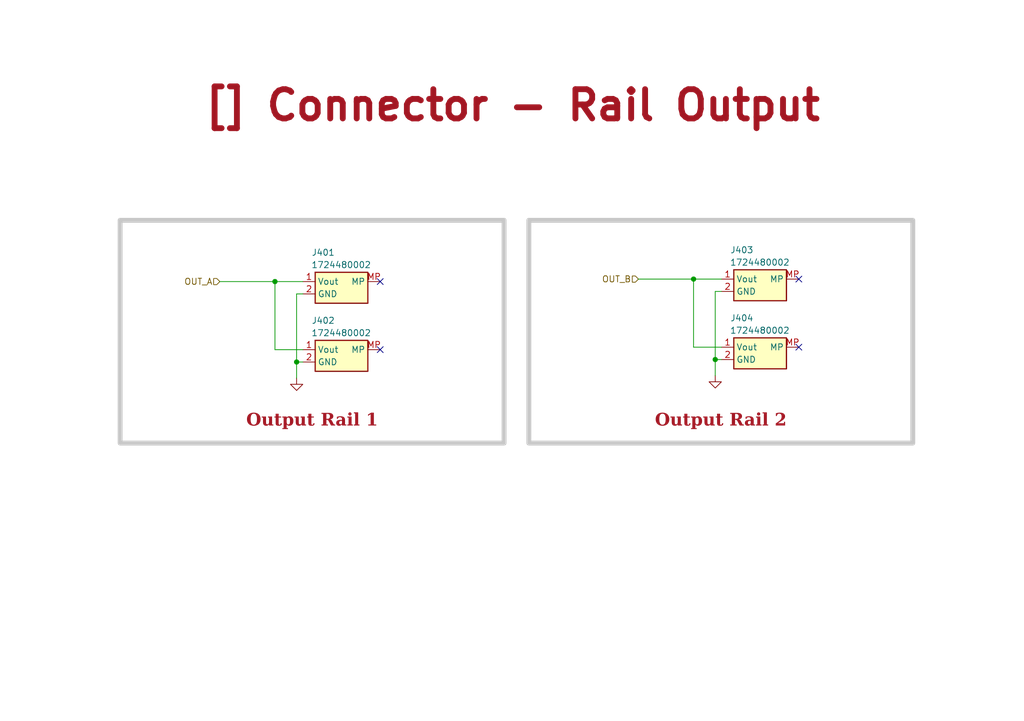
<source format=kicad_sch>
(kicad_sch (version 20231120) (generator "eeschema") (generator_version "8.0")
  (paper "A5")
  (title_block (title "Connector - Rail Output") (date "Last Modified Date") (rev "${REVISION}") (company "${COMPANY}"))
  (lib_symbols
    (symbol "0_connectors:Molex__755611500"
      (property "Reference" "Molex_755611500" (at 0 0 0))
      (symbol "Molex__755611500_1_1"
        (rectangle (start -5.08 7.62) (end 5.715 1.27) (stroke (width 0.254)) (fill (type background)))
        (pin passive line (at -7.62 5.715 0) (length 2.54) (name "Vout") (number "1"))
        (pin passive line (at -7.62 3.175 0) (length 2.54) (name "GND") (number "2"))
        (pin passive line (at 8.255 5.715 180) (length 2.54) (name "MP") (number "MP"))
      )
    )
    (symbol "power:GND" (power) (pin_numbers hide) (pin_names (offset 0) hide)
      (property "Value" "GND" (at 0 -3.81 0))
      (symbol "GND_0_1"
        (polyline (pts (xy 0 0) (xy 0 -1.27) (xy 1.27 -1.27) (xy 0 -2.54) (xy -1.27 -1.27) (xy 0 -1.27)))
      )
      (symbol "GND_1_1"
        (pin power_in line (at 0 0 270) (length 0) (name "~") (number "1"))
      )
    )
  )
  (junction (at 142.24 57.277))
  (junction (at 60.833 74.295))
  (junction (at 146.685 73.787))
  (junction (at 56.388 57.785))
  (no_connect (at 77.978 57.785))
  (no_connect (at 163.83 71.247))
  (no_connect (at 77.978 71.755))
  (no_connect (at 163.83 57.277))
  (wire (pts (xy 60.833 74.295) (xy 62.103 74.295)))
  (wire (pts (xy 60.833 77.597) (xy 60.833 74.295)))
  (wire (pts (xy 56.388 57.785) (xy 62.103 57.785)))
  (wire (pts (xy 60.833 60.325) (xy 60.833 74.295)))
  (wire (pts (xy 147.955 71.247) (xy 142.24 71.247)))
  (wire (pts (xy 142.24 57.277) (xy 147.955 57.277)))
  (wire (pts (xy 56.388 57.785) (xy 56.388 71.755)))
  (wire (pts (xy 62.103 71.755) (xy 56.388 71.755)))
  (wire (pts (xy 45.085 57.785) (xy 56.388 57.785)))
  (wire (pts (xy 130.937 57.277) (xy 142.24 57.277)))
  (wire (pts (xy 146.685 77.089) (xy 146.685 73.787)))
  (wire (pts (xy 146.685 73.787) (xy 147.955 73.787)))
  (wire (pts (xy 147.955 59.817) (xy 146.685 59.817)))
  (wire (pts (xy 62.103 60.325) (xy 60.833 60.325)))
  (wire (pts (xy 146.685 59.817) (xy 146.685 73.787)))
  (wire (pts (xy 142.24 57.277) (xy 142.24 71.247)))
  (rectangle (start 24.638 45.212) (end 103.378 90.932) (stroke (width 1) (color 200 200 200 1)))
  (rectangle (start 108.458 45.212) (end 187.198 90.932) (stroke (width 1) (color 200 200 200 1)))
  (text_box "Output Rail 2\n\n" (at 109.093 80.137 0) (size 77.47 9.525) (stroke (width -0.0001)) (effects (font (size 2.54 2.54) (thickness 0.508) (bold yes)) (justify bottom)))
  (text_box "[${#}] ${TITLE}" (at 12.446 15.24 0) (size 185.42 12.7) (stroke (width -0.0001)) (effects (font (size 6 6) (thickness 1.2) (bold yes))))
  (text_box "Output Rail 1" (at 25.273 80.137 0) (size 77.47 9.525) (stroke (width -0.0001)) (effects (font (size 2.54 2.54) (thickness 0.508) (bold yes)) (justify bottom)))
  (hierarchical_label "OUT_A" (shape input) (at 45.085 57.785 180))
  (hierarchical_label "OUT_B" (shape input) (at 130.937 57.277 180))
  (symbol (lib_id "power:GND") (at 146.685 77.089 0) (unit 1)
    (property "Reference" "#PWR0402" (effects (hide yes)))
    (property "Value" "GND" (effects (hide yes)))
    (property "Description" "Power symbol creates a global label with name \"GND\" , ground" (effects (hide yes)))
  )
  (symbol (lib_id "0_connectors:Molex__755611500") (at 155.575 76.962 0) (unit 1)
    (property "Reference" "J404" (at 152.146 65.278 0))
    (property "Value" "1724480002" (at 155.829 67.818 0))
    (property "Footprint" "0_connectors:172448-YY02" (effects (hide yes)))
  )
  (symbol (lib_id "0_connectors:Molex__755611500") (at 69.723 77.47 0) (unit 1)
    (property "Reference" "J402" (at 66.294 65.786 0))
    (property "Value" "1724480002" (at 69.977 68.326 0))
    (property "Footprint" "0_connectors:172448-YY02" (effects (hide yes)))
  )
  (symbol (lib_id "power:GND") (at 60.833 77.597 0) (unit 1)
    (property "Reference" "#PWR0401" (effects (hide yes)))
    (property "Value" "GND" (effects (hide yes)))
    (property "Description" "Power symbol creates a global label with name \"GND\" , ground" (effects (hide yes)))
  )
  (symbol (lib_id "0_connectors:Molex__755611500") (at 69.723 63.5 0) (unit 1)
    (property "Reference" "J401" (at 66.294 51.816 0))
    (property "Value" "1724480002" (at 69.977 54.356 0))
    (property "Footprint" "0_connectors:172448-YY02" (effects (hide yes)))
  )
  (symbol (lib_id "0_connectors:Molex__755611500") (at 155.575 62.992 0) (unit 1)
    (property "Reference" "J403" (at 152.146 51.308 0))
    (property "Value" "1724480002" (at 155.829 53.848 0))
    (property "Footprint" "0_connectors:172448-YY02" (effects (hide yes)))
  )
)
</source>
